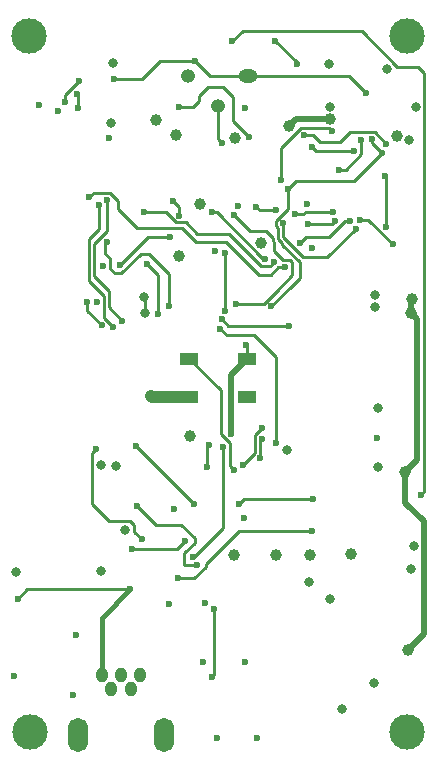
<source format=gbr>
G04 #@! TF.GenerationSoftware,KiCad,Pcbnew,6.0.4-6f826c9f35~116~ubuntu20.04.1*
G04 #@! TF.CreationDate,2022-06-15T17:18:02-05:00*
G04 #@! TF.ProjectId,strike-controller,73747269-6b65-42d6-936f-6e74726f6c6c,rev?*
G04 #@! TF.SameCoordinates,Original*
G04 #@! TF.FileFunction,Copper,L4,Bot*
G04 #@! TF.FilePolarity,Positive*
%FSLAX46Y46*%
G04 Gerber Fmt 4.6, Leading zero omitted, Abs format (unit mm)*
G04 Created by KiCad (PCBNEW 6.0.4-6f826c9f35~116~ubuntu20.04.1) date 2022-06-15 17:18:02*
%MOMM*%
%LPD*%
G01*
G04 APERTURE LIST*
G04 #@! TA.AperFunction,ComponentPad*
%ADD10C,3.000000*%
G04 #@! TD*
G04 #@! TA.AperFunction,ComponentPad*
%ADD11O,1.000000X1.300000*%
G04 #@! TD*
G04 #@! TA.AperFunction,ComponentPad*
%ADD12O,1.700000X2.900000*%
G04 #@! TD*
G04 #@! TA.AperFunction,SMDPad,CuDef*
%ADD13R,1.500000X1.000000*%
G04 #@! TD*
G04 #@! TA.AperFunction,ComponentPad*
%ADD14O,1.600000X1.200000*%
G04 #@! TD*
G04 #@! TA.AperFunction,ComponentPad*
%ADD15O,1.200000X1.200000*%
G04 #@! TD*
G04 #@! TA.AperFunction,ViaPad*
%ADD16C,1.000000*%
G04 #@! TD*
G04 #@! TA.AperFunction,ViaPad*
%ADD17C,0.600000*%
G04 #@! TD*
G04 #@! TA.AperFunction,ViaPad*
%ADD18C,0.800000*%
G04 #@! TD*
G04 #@! TA.AperFunction,Conductor*
%ADD19C,0.250000*%
G04 #@! TD*
G04 #@! TA.AperFunction,Conductor*
%ADD20C,0.500000*%
G04 #@! TD*
G04 #@! TA.AperFunction,Conductor*
%ADD21C,1.000000*%
G04 #@! TD*
G04 #@! TA.AperFunction,Conductor*
%ADD22C,0.400000*%
G04 #@! TD*
G04 APERTURE END LIST*
D10*
X132525000Y-115900000D03*
X164490000Y-115900000D03*
X132500000Y-56950000D03*
X164480000Y-56940000D03*
D11*
X138667100Y-111025500D03*
X139454500Y-112219300D03*
X140267300Y-111025500D03*
X141080100Y-112244700D03*
X141867500Y-111025500D03*
D12*
X136635100Y-116080100D03*
X143924900Y-116080100D03*
D13*
X150940000Y-84260000D03*
X150940000Y-87460000D03*
X146040000Y-87460000D03*
X146040000Y-84260000D03*
D14*
X151030000Y-60310000D03*
D15*
X148490000Y-62850000D03*
X145950000Y-60310000D03*
D16*
X159750000Y-100830000D03*
X149810000Y-100920000D03*
D17*
X161010000Y-61750000D03*
X161540000Y-65660000D03*
X153980000Y-72810000D03*
X151720831Y-71418054D03*
X160120000Y-73280000D03*
X153380000Y-71700000D03*
X158140000Y-64980000D03*
X153850000Y-69120000D03*
X149830000Y-72130000D03*
X150020000Y-79600000D03*
X151110000Y-65510000D03*
X155720133Y-65322333D03*
X145170000Y-62970000D03*
X162737263Y-66044796D03*
X146560000Y-59080000D03*
X139670000Y-60560000D03*
X144630000Y-70930000D03*
X145140000Y-72140000D03*
X142190000Y-71880000D03*
X153210000Y-76090000D03*
X158190000Y-71860000D03*
X154961452Y-72015558D03*
X137540000Y-70610000D03*
X154168090Y-76514500D03*
X154450000Y-81480000D03*
X144340000Y-79820000D03*
X139060000Y-74350000D03*
X148800000Y-80940000D03*
X138370000Y-71260000D03*
X139120000Y-70820000D03*
X152454273Y-75793488D03*
X147930000Y-71870000D03*
X136560000Y-61850000D03*
X136660000Y-63030000D03*
X135548556Y-62553490D03*
X136741858Y-60759392D03*
X152990000Y-79830000D03*
X150870000Y-83060000D03*
X154360486Y-69904367D03*
X162380000Y-66820000D03*
X158680000Y-68300000D03*
X160619446Y-65761912D03*
X155453302Y-74442840D03*
X159680000Y-72570000D03*
X150210000Y-71370000D03*
X156470000Y-66350000D03*
X159960000Y-66670000D03*
X162640000Y-68830000D03*
X162700000Y-73140000D03*
X140203279Y-76294253D03*
X144401693Y-73983489D03*
X143400000Y-80500000D03*
X148639400Y-81712159D03*
X142450000Y-76220000D03*
X153410000Y-91420000D03*
X140390000Y-81060000D03*
X141570000Y-91690000D03*
X146420000Y-96540000D03*
X156500000Y-96150000D03*
X150270000Y-96590000D03*
X149830000Y-93680000D03*
X150570000Y-93280000D03*
X152170000Y-90160000D03*
X149076179Y-80243237D03*
X147730000Y-91560000D03*
X147510000Y-93440000D03*
X148840000Y-66020000D03*
X149040000Y-75280000D03*
X156090000Y-72880000D03*
X158363767Y-72623767D03*
X155993918Y-71182905D03*
X156440000Y-74880000D03*
X152220000Y-91100000D03*
X152000000Y-92700000D03*
D18*
X162050000Y-88450000D03*
X162020000Y-93440000D03*
X138535980Y-102257502D03*
X156140000Y-103200000D03*
X161765500Y-78880000D03*
D17*
X151760000Y-116380000D03*
D18*
X138570000Y-93230000D03*
D17*
X147360000Y-104960000D03*
X133330000Y-62795500D03*
X134889052Y-63264500D03*
X148249794Y-75158430D03*
D16*
X143210000Y-64010000D03*
X146100000Y-90770000D03*
D17*
X136180000Y-112770000D03*
X144330000Y-105050000D03*
X138195500Y-79433387D03*
X150730000Y-109920000D03*
D18*
X164810000Y-102040000D03*
X139380000Y-64280000D03*
D17*
X148380000Y-116380000D03*
D18*
X164655679Y-65779155D03*
D16*
X142840000Y-87440000D03*
D18*
X154320000Y-91960000D03*
D17*
X150790000Y-63060000D03*
X144720000Y-97000000D03*
D18*
X161710000Y-111750000D03*
X162818074Y-59712672D03*
X139560000Y-59230000D03*
D16*
X146970000Y-71140000D03*
D17*
X138720000Y-76400000D03*
D18*
X158950000Y-113940000D03*
D17*
X136450000Y-107680000D03*
D18*
X165040000Y-100120000D03*
D17*
X147220000Y-109910000D03*
D18*
X157940000Y-104610000D03*
D17*
X131200000Y-111100000D03*
X146370177Y-101046969D03*
X148870000Y-91725989D03*
X145076270Y-102866270D03*
X156440000Y-98860000D03*
X131510000Y-104570000D03*
X141060000Y-103800000D03*
D16*
X164870000Y-79200000D03*
D18*
X161773056Y-79913056D03*
D17*
X139280000Y-65580000D03*
D16*
X144960000Y-65350000D03*
D18*
X165265500Y-62985089D03*
D16*
X164580000Y-108910000D03*
D18*
X157924814Y-62923341D03*
D16*
X149920000Y-65590000D03*
X164840000Y-80400000D03*
X164300000Y-93890000D03*
X145160000Y-75590000D03*
X152079175Y-74457059D03*
X163620000Y-65410000D03*
D18*
X157900000Y-59270000D03*
D16*
X157990398Y-63970793D03*
X154518216Y-64515500D03*
D17*
X141620000Y-96730000D03*
X146700000Y-101720000D03*
X148170000Y-105480000D03*
X147960000Y-111230000D03*
X141170000Y-100360000D03*
X145710000Y-99670000D03*
X139600000Y-81570000D03*
X163274500Y-74580000D03*
X160470000Y-72500000D03*
X165660000Y-95770000D03*
X149690000Y-57400000D03*
D18*
X142240000Y-79020000D03*
X142260000Y-80400000D03*
D17*
X153330000Y-57350000D03*
X155160000Y-59340000D03*
X149560000Y-90620000D03*
D18*
X140610000Y-98740000D03*
X139850000Y-93330000D03*
X131390000Y-102290000D03*
D16*
X156230000Y-100920000D03*
D17*
X161900000Y-90950000D03*
X150640000Y-97760000D03*
D16*
X153420000Y-100910000D03*
D17*
X142000000Y-99530000D03*
X138647649Y-81430116D03*
X138110000Y-91920000D03*
X137397793Y-79486930D03*
D19*
X142514043Y-73983489D02*
X140203279Y-76294253D01*
X144401693Y-73983489D02*
X142514043Y-73983489D01*
X144340000Y-79820000D02*
X144340000Y-77070000D01*
X140250000Y-77040000D02*
X139720000Y-77040000D01*
X144340000Y-77070000D02*
X142660000Y-75390000D01*
X142660000Y-75390000D02*
X141920000Y-75390000D01*
X141920000Y-75390000D02*
X140270000Y-77040000D01*
X140270000Y-77040000D02*
X140250000Y-77040000D01*
X159570000Y-60310000D02*
X161010000Y-61750000D01*
X151030000Y-60310000D02*
X159570000Y-60310000D01*
X157120000Y-65900000D02*
X158840000Y-65900000D01*
X160619446Y-66960554D02*
X160619446Y-65761912D01*
X161777967Y-65085499D02*
X162737263Y-66044796D01*
X155720133Y-65322333D02*
X156542333Y-65322333D01*
X156542333Y-65322333D02*
X157120000Y-65900000D01*
X161540000Y-65980000D02*
X162380000Y-66820000D01*
X158840000Y-65900000D02*
X159654501Y-65085499D01*
X159654501Y-65085499D02*
X161777967Y-65085499D01*
X158680000Y-68300000D02*
X159280000Y-68300000D01*
X159280000Y-68300000D02*
X160619446Y-66960554D01*
X161540000Y-65660000D02*
X161540000Y-65980000D01*
X155420000Y-77390000D02*
X155420000Y-76100000D01*
X153570490Y-74125484D02*
X153570490Y-73222958D01*
X154780000Y-77180000D02*
X154780000Y-76100000D01*
X155880000Y-71860000D02*
X155724442Y-72015558D01*
X155680000Y-75670000D02*
X157730000Y-75670000D01*
X152002777Y-71700000D02*
X151720831Y-71418054D01*
X153170978Y-74050978D02*
X152580000Y-73460000D01*
X155724442Y-72015558D02*
X154961452Y-72015558D01*
X153395499Y-72576969D02*
X154360486Y-71611982D01*
X153380000Y-71700000D02*
X152002777Y-71700000D01*
X153980000Y-73970000D02*
X155680000Y-75670000D01*
X153920808Y-74600808D02*
X153920808Y-74475802D01*
X153220000Y-75180000D02*
X153220000Y-74339986D01*
X154780000Y-76100000D02*
X154600000Y-75920000D01*
X152990000Y-79830000D02*
X154742591Y-78077409D01*
X150020000Y-79600000D02*
X152370000Y-79600000D01*
X153980000Y-73970000D02*
X153980000Y-72810000D01*
X153370000Y-78600000D02*
X153370000Y-78590000D01*
X153395499Y-73047967D02*
X153395499Y-72576969D01*
X154742591Y-78077409D02*
X154742591Y-78067409D01*
X152580000Y-73460000D02*
X151160000Y-73460000D01*
X153170978Y-74290963D02*
X153170978Y-74050978D01*
X158190000Y-71860000D02*
X155880000Y-71860000D01*
X154360486Y-71611982D02*
X154360486Y-69904367D01*
X154742591Y-78067409D02*
X155420000Y-77390000D01*
X153370000Y-78590000D02*
X154780000Y-77180000D01*
X151160000Y-73460000D02*
X149830000Y-72130000D01*
X153220000Y-74339986D02*
X153170978Y-74290963D01*
X160120000Y-73280000D02*
X157730000Y-75670000D01*
X155420000Y-76100000D02*
X153920808Y-74600808D01*
X152370000Y-79600000D02*
X153370000Y-78600000D01*
X154600000Y-75920000D02*
X153960000Y-75920000D01*
X153920808Y-74475802D02*
X153570490Y-74125484D01*
X153960000Y-75920000D02*
X153220000Y-75180000D01*
X153570490Y-73222958D02*
X153395499Y-73047967D01*
X153850000Y-66380000D02*
X155490000Y-64740000D01*
D20*
X154518216Y-64515500D02*
X155062923Y-63970793D01*
X155062923Y-63970793D02*
X157990398Y-63970793D01*
D19*
X153850000Y-69120000D02*
X153850000Y-66380000D01*
X155490000Y-64740000D02*
X157900000Y-64740000D01*
X157900000Y-64740000D02*
X158140000Y-64980000D01*
X160020000Y-69180000D02*
X155084853Y-69180000D01*
X152320293Y-75793488D02*
X152454273Y-75793488D01*
X162380000Y-66820000D02*
X160020000Y-69180000D01*
X147930000Y-71870000D02*
X148396805Y-71870000D01*
X148396805Y-71870000D02*
X152320293Y-75793488D01*
X155084853Y-69180000D02*
X154360486Y-69904367D01*
X156790000Y-66670000D02*
X156470000Y-66350000D01*
X159960000Y-66670000D02*
X156790000Y-66670000D01*
X149750000Y-62070000D02*
X148940000Y-61260000D01*
X148930000Y-61250000D02*
X147640000Y-61250000D01*
X146360000Y-62970000D02*
X145170000Y-62970000D01*
X149750000Y-64150000D02*
X149750000Y-62070000D01*
X146900000Y-61990000D02*
X146900000Y-62430000D01*
X146900000Y-62430000D02*
X146360000Y-62970000D01*
X151110000Y-65510000D02*
X149750000Y-64150000D01*
X147640000Y-61250000D02*
X146900000Y-61990000D01*
X148940000Y-61260000D02*
X148930000Y-61250000D01*
X151030000Y-60310000D02*
X147790000Y-60310000D01*
X147790000Y-60310000D02*
X146560000Y-59080000D01*
X139670000Y-60560000D02*
X142060000Y-60560000D01*
X142060000Y-60560000D02*
X143540000Y-59080000D01*
X143540000Y-59080000D02*
X146560000Y-59080000D01*
X144902033Y-72714501D02*
X144922033Y-72714501D01*
X144630000Y-70930000D02*
X145140000Y-71440000D01*
X146720000Y-73700000D02*
X149390000Y-73700000D01*
X152910000Y-76430000D02*
X153210000Y-76130000D01*
X152120000Y-76430000D02*
X152910000Y-76430000D01*
X149390000Y-73700000D02*
X152120000Y-76430000D01*
X145140000Y-71440000D02*
X145140000Y-72140000D01*
X144067532Y-71880000D02*
X144902033Y-72714501D01*
X145744501Y-72724501D02*
X146720000Y-73700000D01*
X153210000Y-76130000D02*
X153210000Y-76090000D01*
X144932033Y-72724501D02*
X145744501Y-72724501D01*
X142190000Y-71880000D02*
X144067532Y-71880000D01*
X144922033Y-72714501D02*
X144932033Y-72724501D01*
X140030000Y-70880000D02*
X140030000Y-71610000D01*
X137950000Y-70200000D02*
X139350000Y-70200000D01*
X144410000Y-73230000D02*
X144450000Y-73190000D01*
X137540000Y-70610000D02*
X137950000Y-70200000D01*
X149115006Y-74350000D02*
X151925006Y-77160000D01*
X139350000Y-70200000D02*
X140030000Y-70880000D01*
X146610000Y-74350000D02*
X149115006Y-74350000D01*
X144450000Y-73190000D02*
X145450000Y-73190000D01*
X152952468Y-77160000D02*
X153597968Y-76514500D01*
X151925006Y-77160000D02*
X152952468Y-77160000D01*
X145450000Y-73190000D02*
X146610000Y-74350000D01*
X153597968Y-76514500D02*
X154168090Y-76514500D01*
X140030000Y-71610000D02*
X141650000Y-73230000D01*
X141650000Y-73230000D02*
X144410000Y-73230000D01*
X139720000Y-77040000D02*
X139360000Y-76680000D01*
X149340000Y-81480000D02*
X148800000Y-80940000D01*
X139360000Y-75800000D02*
X138910000Y-75350000D01*
X154450000Y-81480000D02*
X149340000Y-81480000D01*
X138910000Y-74500000D02*
X139060000Y-74350000D01*
X153410000Y-91420000D02*
X153410000Y-84140000D01*
X138910000Y-75350000D02*
X138910000Y-74500000D01*
X153410000Y-84140000D02*
X151540000Y-82270000D01*
X139360000Y-76680000D02*
X139360000Y-75800000D01*
X149040000Y-75280000D02*
X149040000Y-80207058D01*
X149197241Y-82270000D02*
X148639400Y-81712159D01*
X149040000Y-80207058D02*
X149076179Y-80243237D01*
X151540000Y-82270000D02*
X149197241Y-82270000D01*
X137540000Y-77690000D02*
X137540000Y-74150000D01*
X137540000Y-74150000D02*
X138430000Y-73260000D01*
X138430000Y-73260000D02*
X138430000Y-71320000D01*
X138430000Y-71320000D02*
X138370000Y-71260000D01*
X138010000Y-77290000D02*
X138010000Y-74560000D01*
X138010000Y-74560000D02*
X139120000Y-73450000D01*
X139120000Y-73450000D02*
X139120000Y-70820000D01*
X135548556Y-61952694D02*
X135548556Y-62553490D01*
X136660000Y-61950000D02*
X136660000Y-63030000D01*
X136560000Y-61850000D02*
X136660000Y-61950000D01*
X136741858Y-60759392D02*
X135548556Y-61952694D01*
X150940000Y-84260000D02*
X150940000Y-83130000D01*
X150940000Y-83130000D02*
X150870000Y-83060000D01*
X156090000Y-72880000D02*
X158107534Y-72880000D01*
X157850000Y-73950000D02*
X159230000Y-72570000D01*
X158107534Y-72880000D02*
X158363767Y-72623767D01*
X155946142Y-73950000D02*
X157850000Y-73950000D01*
X159680000Y-72570000D02*
X159230000Y-72570000D01*
X155946142Y-73950000D02*
X155453302Y-74442840D01*
X160470000Y-72500000D02*
X161194500Y-72500000D01*
X162700000Y-73140000D02*
X162700000Y-68890000D01*
X162700000Y-68890000D02*
X162640000Y-68830000D01*
X161194500Y-72500000D02*
X163274500Y-74580000D01*
X143400000Y-80500000D02*
X143400000Y-77170000D01*
X143400000Y-77170000D02*
X142450000Y-76220000D01*
X150710000Y-96150000D02*
X150270000Y-96590000D01*
X156500000Y-96150000D02*
X150710000Y-96150000D01*
X139220000Y-79890000D02*
X139220000Y-78500000D01*
X138010000Y-77290000D02*
X139220000Y-78500000D01*
X140390000Y-81060000D02*
X139220000Y-79890000D01*
X146420000Y-96540000D02*
X141570000Y-91690000D01*
X152000000Y-91320000D02*
X152220000Y-91100000D01*
X152000000Y-92700000D02*
X152000000Y-91320000D01*
X148720000Y-90650000D02*
X148720000Y-86940000D01*
X149830000Y-93680000D02*
X149470000Y-93320000D01*
X149470000Y-93320000D02*
X149470000Y-91400000D01*
X149470000Y-91400000D02*
X148720000Y-90650000D01*
X148720000Y-86940000D02*
X146040000Y-84260000D01*
X151600000Y-92250000D02*
X151600000Y-90730000D01*
X150570000Y-93280000D02*
X151600000Y-92250000D01*
X151600000Y-90730000D02*
X152170000Y-90160000D01*
X147510000Y-93440000D02*
X147510000Y-91780000D01*
X147510000Y-91780000D02*
X147730000Y-91560000D01*
X148840000Y-66020000D02*
X148490000Y-65670000D01*
X148490000Y-65670000D02*
X148490000Y-62850000D01*
X148870000Y-98630000D02*
X148870000Y-91725989D01*
X146370177Y-101046969D02*
X146453031Y-101046969D01*
X146453031Y-101046969D02*
X148870000Y-98630000D01*
D21*
X142860000Y-87460000D02*
X142840000Y-87440000D01*
X146040000Y-87460000D02*
X142860000Y-87460000D01*
D22*
X138667100Y-111025500D02*
X138667100Y-106192900D01*
D19*
X131510000Y-104570000D02*
X132280000Y-103800000D01*
X147454501Y-101857967D02*
X146446198Y-102866270D01*
X146446198Y-102866270D02*
X145076270Y-102866270D01*
X147454501Y-101660492D02*
X147454501Y-101857967D01*
X132280000Y-103800000D02*
X141060000Y-103800000D01*
X156440000Y-98860000D02*
X150254993Y-98860000D01*
X150254993Y-98860000D02*
X147454501Y-101660492D01*
D22*
X138667100Y-106192900D02*
X141060000Y-103800000D01*
D20*
X164300000Y-93890000D02*
X165360000Y-92830000D01*
X165360000Y-92830000D02*
X165360000Y-80920000D01*
X164580000Y-108910000D02*
X165890000Y-107600000D01*
X164300000Y-96450000D02*
X165890000Y-98040000D01*
X165890000Y-107600000D02*
X165890000Y-98040000D01*
X164300000Y-96450000D02*
X164300000Y-93890000D01*
X164840000Y-79230000D02*
X164870000Y-79200000D01*
X165360000Y-80920000D02*
X164840000Y-80400000D01*
X164840000Y-80400000D02*
X164840000Y-79230000D01*
D19*
X143190000Y-98300000D02*
X145310000Y-98300000D01*
X146490000Y-99830000D02*
X145680000Y-100640000D01*
X148170000Y-111020000D02*
X147960000Y-111230000D01*
X145640000Y-101720000D02*
X146700000Y-101720000D01*
X145310000Y-98300000D02*
X146490000Y-99480000D01*
X145620000Y-100700000D02*
X145620000Y-101700000D01*
X146490000Y-99480000D02*
X146490000Y-99830000D01*
X141620000Y-96730000D02*
X143190000Y-98300000D01*
X145620000Y-101700000D02*
X145640000Y-101720000D01*
X148170000Y-105480000D02*
X148170000Y-111020000D01*
X145680000Y-100640000D02*
X145620000Y-100700000D01*
X145710000Y-99670000D02*
X145020000Y-100360000D01*
X145020000Y-100360000D02*
X141170000Y-100360000D01*
X138820000Y-80790000D02*
X138820000Y-78970000D01*
X137540000Y-77690000D02*
X138820000Y-78970000D01*
X139600000Y-81570000D02*
X138820000Y-80790000D01*
X165940000Y-60030000D02*
X165940000Y-95490000D01*
X165430000Y-59520000D02*
X165940000Y-60030000D01*
X160650000Y-56520000D02*
X163650000Y-59520000D01*
X150570000Y-56520000D02*
X160650000Y-56520000D01*
X163650000Y-59520000D02*
X165430000Y-59520000D01*
X165940000Y-95490000D02*
X165660000Y-95770000D01*
X149690000Y-57400000D02*
X150570000Y-56520000D01*
X142260000Y-79040000D02*
X142240000Y-79020000D01*
X142260000Y-80400000D02*
X142260000Y-79040000D01*
X155160000Y-59180000D02*
X153330000Y-57350000D01*
X155160000Y-59340000D02*
X155160000Y-59180000D01*
D20*
X150940000Y-84260000D02*
X149560000Y-85640000D01*
X149560000Y-85640000D02*
X149560000Y-90620000D01*
D19*
X139210000Y-98000000D02*
X141030000Y-98000000D01*
X141310000Y-98280000D02*
X141030000Y-98000000D01*
X137800000Y-96590000D02*
X139210000Y-98000000D01*
X137800000Y-96590000D02*
X137800000Y-92290000D01*
X141390000Y-98920000D02*
X141390000Y-98360000D01*
X142000000Y-99530000D02*
X141390000Y-98920000D01*
X141390000Y-98360000D02*
X141310000Y-98280000D01*
X137397793Y-80180260D02*
X137397793Y-79486930D01*
X137800000Y-92230000D02*
X138110000Y-91920000D01*
X137800000Y-92290000D02*
X137800000Y-92230000D01*
X138647649Y-81430116D02*
X137397793Y-80180260D01*
M02*

</source>
